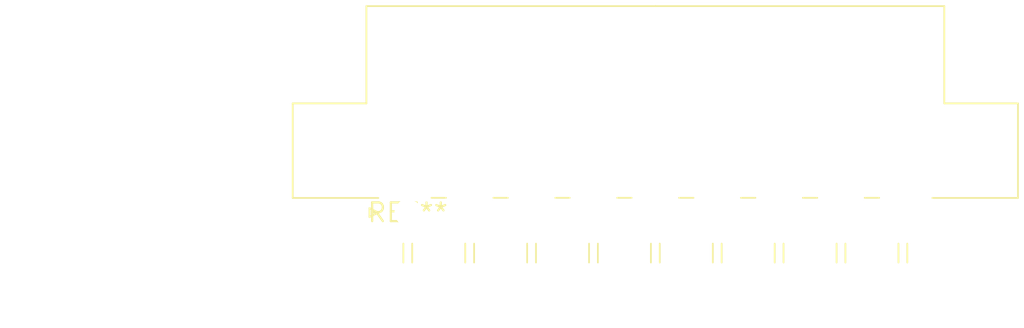
<source format=kicad_pcb>
(kicad_pcb (version 20240108) (generator pcbnew)
  (layers (0 "F.Cu" signal) (31 "B.Cu" signal) (34 "B.Paste" user) (35 "F.Paste" user) (36 "B.SilkS" user "B.Silkscreen") (37 "F.SilkS" user "F.Silkscreen") (38 "B.Mask" user) (39 "F.Mask" user) (44 "Edge.Cuts" user))
  (net 0 "")
  (footprint "Molex_Mini-Fit_Jr_5569-18A1_2x09_P4.20mm_Horizontal" (layer "F.Cu") (at 0 0)
    (property "Reference" "REF**")
    (property "Value" "Molex_Mini-Fit_Jr_5569-18A1_2x09_P4.20mm_Horizontal")
    (fp_line (start -7.81 -7.41) (end -7.81 -0.99) (layer "F.SilkS") (stroke (width 0.12)))
    (fp_line (start -7.81 -0.99) (end -2 -0.99) (layer "F.SilkS") (stroke (width 0.12)))
    (fp_line (start -2.81 -14.01) (end -2.81 -7.41) (layer "F.SilkS") (stroke (width 0.12)))
    (fp_line (start -2.81 -7.41) (end -7.81 -7.41) (layer "F.SilkS") (stroke (width 0.12)))
    (fp_line (start -2.6 -0.3) (end -2 0) (layer "F.SilkS") (stroke (width 0.12)))
    (fp_line (start -2.6 0.3) (end -2.6 -0.3) (layer "F.SilkS") (stroke (width 0.12)))
    (fp_line (start -2 0) (end -2.6 0.3) (layer "F.SilkS") (stroke (width 0.12)))
    (fp_line (start -0.3 2.11) (end -0.3 3.39) (layer "F.SilkS") (stroke (width 0.12)))
    (fp_line (start 0.3 2.11) (end 0.3 3.39) (layer "F.SilkS") (stroke (width 0.12)))
    (fp_line (start 1.61 -1) (end 2.59 -1) (layer "F.SilkS") (stroke (width 0.12)))
    (fp_line (start 3.9 2.11) (end 3.9 3.39) (layer "F.SilkS") (stroke (width 0.12)))
    (fp_line (start 4.5 2.11) (end 4.5 3.39) (layer "F.SilkS") (stroke (width 0.12)))
    (fp_line (start 5.81 -1) (end 6.79 -1) (layer "F.SilkS") (stroke (width 0.12)))
    (fp_line (start 8.1 2.11) (end 8.1 3.39) (layer "F.SilkS") (stroke (width 0.12)))
    (fp_line (start 8.7 2.11) (end 8.7 3.39) (layer "F.SilkS") (stroke (width 0.12)))
    (fp_line (start 10.01 -1) (end 10.99 -1) (layer "F.SilkS") (stroke (width 0.12)))
    (fp_line (start 12.3 2.11) (end 12.3 3.39) (layer "F.SilkS") (stroke (width 0.12)))
    (fp_line (start 12.9 2.11) (end 12.9 3.39) (layer "F.SilkS") (stroke (width 0.12)))
    (fp_line (start 14.21 -1) (end 15.19 -1) (layer "F.SilkS") (stroke (width 0.12)))
    (fp_line (start 16.5 2.11) (end 16.5 3.39) (layer "F.SilkS") (stroke (width 0.12)))
    (fp_line (start 16.8 -14.01) (end -2.81 -14.01) (layer "F.SilkS") (stroke (width 0.12)))
    (fp_line (start 16.8 -14.01) (end 36.41 -14.01) (layer "F.SilkS") (stroke (width 0.12)))
    (fp_line (start 17.1 2.11) (end 17.1 3.39) (layer "F.SilkS") (stroke (width 0.12)))
    (fp_line (start 18.41 -1) (end 19.39 -1) (layer "F.SilkS") (stroke (width 0.12)))
    (fp_line (start 20.7 2.11) (end 20.7 3.39) (layer "F.SilkS") (stroke (width 0.12)))
    (fp_line (start 21.3 2.11) (end 21.3 3.39) (layer "F.SilkS") (stroke (width 0.12)))
    (fp_line (start 22.61 -1) (end 23.59 -1) (layer "F.SilkS") (stroke (width 0.12)))
    (fp_line (start 24.9 2.11) (end 24.9 3.39) (layer "F.SilkS") (stroke (width 0.12)))
    (fp_line (start 25.5 2.11) (end 25.5 3.39) (layer "F.SilkS") (stroke (width 0.12)))
    (fp_line (start 26.81 -1) (end 27.79 -1) (layer "F.SilkS") (stroke (width 0.12)))
    (fp_line (start 29.1 2.11) (end 29.1 3.39) (layer "F.SilkS") (stroke (width 0.12)))
    (fp_line (start 29.7 2.11) (end 29.7 3.39) (layer "F.SilkS") (stroke (width 0.12)))
    (fp_line (start 31.01 -1) (end 31.99 -1) (layer "F.SilkS") (stroke (width 0.12)))
    (fp_line (start 33.3 2.11) (end 33.3 3.39) (layer "F.SilkS") (stroke (width 0.12)))
    (fp_line (start 33.9 2.11) (end 33.9 3.39) (layer "F.SilkS") (stroke (width 0.12)))
    (fp_line (start 36.41 -14.01) (end 36.41 -7.41) (layer "F.SilkS") (stroke (width 0.12)))
    (fp_line (start 36.41 -7.41) (end 41.41 -7.41) (layer "F.SilkS") (stroke (width 0.12)))
    (fp_line (start 41.41 -7.41) (end 41.41 -0.99) (layer "F.SilkS") (stroke (width 0.12)))
    (fp_line (start 41.41 -0.99) (end 35.6 -0.99) (layer "F.SilkS") (stroke (width 0.12)))
    (pad "" np_thru_hole circle (at -4.5 -4.2) (size 3.2 3.2) (drill 3.2) (layers *.Cu *.Mask))
    (pad "" np_thru_hole circle (at 38.1 -4.2) (size 3.2 3.2) (drill 3.2) (layers *.Cu *.Mask))
    (pad "1" thru_hole roundrect (at 0 0) (size 2.7 3.7) (drill 1.8) (layers *.Cu *.Mask) (remove_unused_layers) (roundrect_rratio 0.092593))
    (pad "2" thru_hole oval (at 4.2 0) (size 2.7 3.7) (drill 1.8) (layers *.Cu *.Mask) (remove_unused_layers))
    (pad "3" thru_hole oval (at 8.4 0) (size 2.7 3.7) (drill 1.8) (layers *.Cu *.Mask) (remove_unused_layers))
    (pad "4" thru_hole oval (at 12.6 0) (size 2.7 3.7) (drill 1.8) (layers *.Cu *.Mask) (remove_unused_layers))
    (pad "5" thru_hole oval (at 16.8 0) (size 2.7 3.7) (drill 1.8) (layers *.Cu *.Mask) (remove_unused_layers))
    (pad "6" thru_hole oval (at 21 0) (size 2.7 3.7) (drill 1.8) (layers *.Cu *.Mask) (remove_unused_layers))
    (pad "7" thru_hole oval (at 25.2 0) (size 2.7 3.7) (drill 1.8) (layers *.Cu *.Mask) (remove_unused_layers))
    (pad "8" thru_hole oval (at 29.4 0) (size 2.7 3.7) (drill 1.8) (layers *.Cu *.Mask) (remove_unused_layers))
    (pad "9" thru_hole oval (at 33.6 0) (size 2.7 3.7) (drill 1.8) (layers *.Cu *.Mask) (remove_unused_layers))
    (pad "10" thru_hole oval (at 0 5.5) (size 2.7 3.7) (drill 1.8) (layers *.Cu *.Mask) (remove_unused_layers))
    (pad "11" thru_hole oval (at 4.2 5.5) (size 2.7 3.7) (drill 1.8) (layers *.Cu *.Mask) (remove_unused_layers))
    (pad "12" thru_hole oval (at 8.4 5.5) (size 2.7 3.7) (drill 1.8) (layers *.Cu *.Mask) (remove_unused_layers))
    (pad "13" thru_hole oval (at 12.6 5.5) (size 2.7 3.7) (drill 1.8) (layers *.Cu *.Mask) (remove_unused_layers))
    (pad "14" thru_hole oval (at 16.8 5.5) (size 2.7 3.7) (drill 1.8) (layers *.Cu *.Mask) (remove_unused_layers))
    (pad "15" thru_hole oval (at 21 5.5) (size 2.7 3.7) (drill 1.8) (layers *.Cu *.Mask) (remove_unused_layers))
    (pad "16" thru_hole oval (at 25.2 5.5) (size 2.7 3.7) (drill 1.8) (layers *.Cu *.Mask) (remove_unused_layers))
    (pad "17" thru_hole oval (at 29.4 5.5) (size 2.7 3.7) (drill 1.8) (layers *.Cu *.Mask) (remove_unused_layers))
    (pad "18" thru_hole oval (at 33.6 5.5) (size 2.7 3.7) (drill 1.8) (layers *.Cu *.Mask) (remove_unused_layers))
  )
)
</source>
